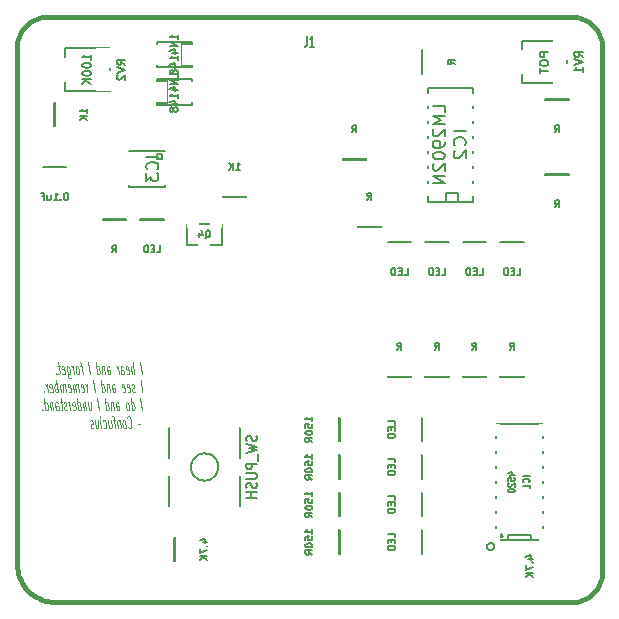
<source format=gbo>
G04 (created by PCBNEW-RS274X (2011-05-25)-stable) date Sun 24 Mar 2013 20:47:49 CET*
G01*
G70*
G90*
%MOIN*%
G04 Gerber Fmt 3.4, Leading zero omitted, Abs format*
%FSLAX34Y34*%
G04 APERTURE LIST*
%ADD10C,0.006000*%
%ADD11C,0.004900*%
%ADD12C,0.015000*%
%ADD13C,0.000100*%
%ADD14C,0.008000*%
%ADD15C,0.007000*%
%ADD16C,0.007900*%
%ADD17C,0.005500*%
%ADD18C,0.005000*%
%ADD19R,0.070000X0.036000*%
%ADD20C,0.060000*%
%ADD21C,0.085000*%
%ADD22R,0.075000X0.075000*%
%ADD23C,0.075000*%
%ADD24R,0.075100X0.134200*%
%ADD25R,0.044000X0.055000*%
%ADD26R,0.067200X0.067200*%
%ADD27R,0.065000X0.040000*%
%ADD28R,0.079100X0.083000*%
%ADD29R,0.090900X0.067200*%
%ADD30R,0.067200X0.090900*%
%ADD31R,0.081000X0.044000*%
G04 APERTURE END LIST*
G54D10*
G54D11*
X52776Y-41828D02*
X52851Y-41828D01*
X52460Y-41922D02*
X52471Y-41941D01*
X52501Y-41959D01*
X52520Y-41959D01*
X52546Y-41941D01*
X52560Y-41903D01*
X52565Y-41866D01*
X52564Y-41791D01*
X52557Y-41734D01*
X52539Y-41659D01*
X52525Y-41622D01*
X52501Y-41584D01*
X52471Y-41565D01*
X52452Y-41565D01*
X52426Y-41584D01*
X52420Y-41603D01*
X52351Y-41959D02*
X52368Y-41941D01*
X52375Y-41922D01*
X52379Y-41884D01*
X52365Y-41772D01*
X52351Y-41734D01*
X52340Y-41716D01*
X52318Y-41697D01*
X52290Y-41697D01*
X52274Y-41716D01*
X52267Y-41734D01*
X52262Y-41772D01*
X52276Y-41884D01*
X52291Y-41922D01*
X52302Y-41941D01*
X52323Y-41959D01*
X52351Y-41959D01*
X52168Y-41697D02*
X52201Y-41959D01*
X52173Y-41734D02*
X52162Y-41716D01*
X52140Y-41697D01*
X52112Y-41697D01*
X52096Y-41716D01*
X52091Y-41753D01*
X52117Y-41959D01*
X52018Y-41697D02*
X51943Y-41697D01*
X52023Y-41959D02*
X51981Y-41622D01*
X51967Y-41584D01*
X51946Y-41565D01*
X51927Y-41565D01*
X51793Y-41697D02*
X51826Y-41959D01*
X51877Y-41697D02*
X51903Y-41903D01*
X51899Y-41941D01*
X51882Y-41959D01*
X51854Y-41959D01*
X51833Y-41941D01*
X51822Y-41922D01*
X51646Y-41941D02*
X51666Y-41959D01*
X51704Y-41959D01*
X51721Y-41941D01*
X51728Y-41922D01*
X51732Y-41884D01*
X51718Y-41772D01*
X51704Y-41734D01*
X51693Y-41716D01*
X51671Y-41697D01*
X51633Y-41697D01*
X51618Y-41716D01*
X51563Y-41959D02*
X51530Y-41697D01*
X51514Y-41565D02*
X51525Y-41584D01*
X51519Y-41603D01*
X51507Y-41584D01*
X51514Y-41565D01*
X51519Y-41603D01*
X51352Y-41697D02*
X51385Y-41959D01*
X51436Y-41697D02*
X51462Y-41903D01*
X51458Y-41941D01*
X51441Y-41959D01*
X51413Y-41959D01*
X51392Y-41941D01*
X51381Y-41922D01*
X51298Y-41941D02*
X51282Y-41959D01*
X51244Y-41959D01*
X51223Y-41941D01*
X51209Y-41903D01*
X51207Y-41884D01*
X51211Y-41847D01*
X51228Y-41828D01*
X51256Y-41828D01*
X51272Y-41809D01*
X51277Y-41772D01*
X51274Y-41753D01*
X51261Y-41716D01*
X51239Y-41697D01*
X51211Y-41697D01*
X51195Y-41716D01*
X52912Y-41359D02*
X52863Y-40965D01*
X52584Y-41359D02*
X52535Y-40965D01*
X52582Y-41341D02*
X52602Y-41359D01*
X52640Y-41359D01*
X52657Y-41341D01*
X52664Y-41322D01*
X52668Y-41284D01*
X52654Y-41172D01*
X52640Y-41134D01*
X52629Y-41116D01*
X52607Y-41097D01*
X52569Y-41097D01*
X52554Y-41116D01*
X52462Y-41359D02*
X52479Y-41341D01*
X52486Y-41322D01*
X52490Y-41284D01*
X52476Y-41172D01*
X52462Y-41134D01*
X52451Y-41116D01*
X52429Y-41097D01*
X52401Y-41097D01*
X52385Y-41116D01*
X52378Y-41134D01*
X52373Y-41172D01*
X52387Y-41284D01*
X52402Y-41322D01*
X52413Y-41341D01*
X52434Y-41359D01*
X52462Y-41359D01*
X52078Y-41359D02*
X52052Y-41153D01*
X52057Y-41116D01*
X52073Y-41097D01*
X52110Y-41097D01*
X52132Y-41116D01*
X52076Y-41341D02*
X52096Y-41359D01*
X52143Y-41359D01*
X52160Y-41341D01*
X52164Y-41303D01*
X52160Y-41266D01*
X52146Y-41228D01*
X52124Y-41209D01*
X52077Y-41209D01*
X52057Y-41191D01*
X51951Y-41097D02*
X51984Y-41359D01*
X51956Y-41134D02*
X51945Y-41116D01*
X51923Y-41097D01*
X51895Y-41097D01*
X51879Y-41116D01*
X51874Y-41153D01*
X51900Y-41359D01*
X51722Y-41359D02*
X51673Y-40965D01*
X51720Y-41341D02*
X51740Y-41359D01*
X51778Y-41359D01*
X51795Y-41341D01*
X51802Y-41322D01*
X51806Y-41284D01*
X51792Y-41172D01*
X51778Y-41134D01*
X51767Y-41116D01*
X51745Y-41097D01*
X51707Y-41097D01*
X51692Y-41116D01*
X51478Y-41359D02*
X51429Y-40965D01*
X51117Y-41097D02*
X51150Y-41359D01*
X51201Y-41097D02*
X51227Y-41303D01*
X51223Y-41341D01*
X51206Y-41359D01*
X51178Y-41359D01*
X51157Y-41341D01*
X51146Y-41322D01*
X51023Y-41097D02*
X51056Y-41359D01*
X51028Y-41134D02*
X51017Y-41116D01*
X50995Y-41097D01*
X50967Y-41097D01*
X50951Y-41116D01*
X50946Y-41153D01*
X50972Y-41359D01*
X50794Y-41359D02*
X50745Y-40965D01*
X50792Y-41341D02*
X50812Y-41359D01*
X50850Y-41359D01*
X50867Y-41341D01*
X50874Y-41322D01*
X50878Y-41284D01*
X50864Y-41172D01*
X50850Y-41134D01*
X50839Y-41116D01*
X50817Y-41097D01*
X50779Y-41097D01*
X50764Y-41116D01*
X50623Y-41341D02*
X50644Y-41359D01*
X50681Y-41359D01*
X50698Y-41341D01*
X50702Y-41303D01*
X50683Y-41153D01*
X50670Y-41116D01*
X50648Y-41097D01*
X50611Y-41097D01*
X50595Y-41116D01*
X50590Y-41153D01*
X50595Y-41191D01*
X50693Y-41228D01*
X50531Y-41359D02*
X50498Y-41097D01*
X50508Y-41172D02*
X50494Y-41134D01*
X50482Y-41116D01*
X50461Y-41097D01*
X50442Y-41097D01*
X50416Y-41341D02*
X50400Y-41359D01*
X50362Y-41359D01*
X50341Y-41341D01*
X50327Y-41303D01*
X50325Y-41284D01*
X50329Y-41247D01*
X50346Y-41228D01*
X50374Y-41228D01*
X50390Y-41209D01*
X50395Y-41172D01*
X50392Y-41153D01*
X50379Y-41116D01*
X50357Y-41097D01*
X50329Y-41097D01*
X50313Y-41116D01*
X50245Y-41097D02*
X50170Y-41097D01*
X50201Y-40965D02*
X50243Y-41303D01*
X50239Y-41341D01*
X50222Y-41359D01*
X50203Y-41359D01*
X50053Y-41359D02*
X50027Y-41153D01*
X50032Y-41116D01*
X50048Y-41097D01*
X50085Y-41097D01*
X50107Y-41116D01*
X50051Y-41341D02*
X50071Y-41359D01*
X50118Y-41359D01*
X50135Y-41341D01*
X50139Y-41303D01*
X50135Y-41266D01*
X50121Y-41228D01*
X50099Y-41209D01*
X50052Y-41209D01*
X50032Y-41191D01*
X49926Y-41097D02*
X49959Y-41359D01*
X49931Y-41134D02*
X49920Y-41116D01*
X49898Y-41097D01*
X49870Y-41097D01*
X49854Y-41116D01*
X49849Y-41153D01*
X49875Y-41359D01*
X49697Y-41359D02*
X49648Y-40965D01*
X49695Y-41341D02*
X49715Y-41359D01*
X49753Y-41359D01*
X49770Y-41341D01*
X49777Y-41322D01*
X49781Y-41284D01*
X49767Y-41172D01*
X49753Y-41134D01*
X49742Y-41116D01*
X49720Y-41097D01*
X49682Y-41097D01*
X49667Y-41116D01*
X49599Y-41322D02*
X49592Y-41341D01*
X49603Y-41359D01*
X49610Y-41341D01*
X49599Y-41322D01*
X49603Y-41359D01*
X52903Y-40159D02*
X52854Y-39765D01*
X52659Y-40159D02*
X52610Y-39765D01*
X52575Y-40159D02*
X52549Y-39953D01*
X52554Y-39916D01*
X52570Y-39897D01*
X52598Y-39897D01*
X52620Y-39916D01*
X52631Y-39934D01*
X52404Y-40141D02*
X52425Y-40159D01*
X52462Y-40159D01*
X52479Y-40141D01*
X52483Y-40103D01*
X52464Y-39953D01*
X52451Y-39916D01*
X52429Y-39897D01*
X52392Y-39897D01*
X52376Y-39916D01*
X52371Y-39953D01*
X52376Y-39991D01*
X52474Y-40028D01*
X52228Y-40159D02*
X52202Y-39953D01*
X52207Y-39916D01*
X52223Y-39897D01*
X52260Y-39897D01*
X52282Y-39916D01*
X52226Y-40141D02*
X52246Y-40159D01*
X52293Y-40159D01*
X52310Y-40141D01*
X52314Y-40103D01*
X52310Y-40066D01*
X52296Y-40028D01*
X52274Y-40009D01*
X52227Y-40009D01*
X52207Y-39991D01*
X52134Y-40159D02*
X52101Y-39897D01*
X52111Y-39972D02*
X52097Y-39934D01*
X52085Y-39916D01*
X52064Y-39897D01*
X52045Y-39897D01*
X51778Y-40159D02*
X51752Y-39953D01*
X51757Y-39916D01*
X51773Y-39897D01*
X51810Y-39897D01*
X51832Y-39916D01*
X51776Y-40141D02*
X51796Y-40159D01*
X51843Y-40159D01*
X51860Y-40141D01*
X51864Y-40103D01*
X51860Y-40066D01*
X51846Y-40028D01*
X51824Y-40009D01*
X51777Y-40009D01*
X51757Y-39991D01*
X51651Y-39897D02*
X51684Y-40159D01*
X51656Y-39934D02*
X51645Y-39916D01*
X51623Y-39897D01*
X51595Y-39897D01*
X51579Y-39916D01*
X51574Y-39953D01*
X51600Y-40159D01*
X51422Y-40159D02*
X51373Y-39765D01*
X51420Y-40141D02*
X51440Y-40159D01*
X51478Y-40159D01*
X51495Y-40141D01*
X51502Y-40122D01*
X51506Y-40084D01*
X51492Y-39972D01*
X51478Y-39934D01*
X51467Y-39916D01*
X51445Y-39897D01*
X51407Y-39897D01*
X51392Y-39916D01*
X51178Y-40159D02*
X51129Y-39765D01*
X50929Y-39897D02*
X50854Y-39897D01*
X50934Y-40159D02*
X50892Y-39822D01*
X50878Y-39784D01*
X50857Y-39765D01*
X50838Y-39765D01*
X50793Y-40159D02*
X50810Y-40141D01*
X50817Y-40122D01*
X50821Y-40084D01*
X50807Y-39972D01*
X50793Y-39934D01*
X50782Y-39916D01*
X50760Y-39897D01*
X50732Y-39897D01*
X50716Y-39916D01*
X50709Y-39934D01*
X50704Y-39972D01*
X50718Y-40084D01*
X50733Y-40122D01*
X50744Y-40141D01*
X50765Y-40159D01*
X50793Y-40159D01*
X50643Y-40159D02*
X50610Y-39897D01*
X50620Y-39972D02*
X50606Y-39934D01*
X50594Y-39916D01*
X50573Y-39897D01*
X50554Y-39897D01*
X50404Y-39897D02*
X50444Y-40216D01*
X50458Y-40253D01*
X50469Y-40272D01*
X50491Y-40291D01*
X50519Y-40291D01*
X50535Y-40272D01*
X50435Y-40141D02*
X50455Y-40159D01*
X50493Y-40159D01*
X50510Y-40141D01*
X50517Y-40122D01*
X50521Y-40084D01*
X50507Y-39972D01*
X50493Y-39934D01*
X50482Y-39916D01*
X50460Y-39897D01*
X50422Y-39897D01*
X50407Y-39916D01*
X50266Y-40141D02*
X50287Y-40159D01*
X50324Y-40159D01*
X50341Y-40141D01*
X50345Y-40103D01*
X50326Y-39953D01*
X50313Y-39916D01*
X50291Y-39897D01*
X50254Y-39897D01*
X50238Y-39916D01*
X50233Y-39953D01*
X50238Y-39991D01*
X50336Y-40028D01*
X50169Y-39897D02*
X50094Y-39897D01*
X50125Y-39765D02*
X50167Y-40103D01*
X50163Y-40141D01*
X50146Y-40159D01*
X50127Y-40159D01*
X50057Y-40122D02*
X50050Y-40141D01*
X50061Y-40159D01*
X50068Y-40141D01*
X50057Y-40122D01*
X50061Y-40159D01*
X52919Y-40759D02*
X52870Y-40365D01*
X52682Y-40741D02*
X52666Y-40759D01*
X52628Y-40759D01*
X52607Y-40741D01*
X52593Y-40703D01*
X52591Y-40684D01*
X52595Y-40647D01*
X52612Y-40628D01*
X52640Y-40628D01*
X52656Y-40609D01*
X52661Y-40572D01*
X52658Y-40553D01*
X52645Y-40516D01*
X52623Y-40497D01*
X52595Y-40497D01*
X52579Y-40516D01*
X52439Y-40741D02*
X52460Y-40759D01*
X52497Y-40759D01*
X52514Y-40741D01*
X52518Y-40703D01*
X52499Y-40553D01*
X52486Y-40516D01*
X52464Y-40497D01*
X52427Y-40497D01*
X52411Y-40516D01*
X52406Y-40553D01*
X52411Y-40591D01*
X52509Y-40628D01*
X52270Y-40741D02*
X52291Y-40759D01*
X52328Y-40759D01*
X52345Y-40741D01*
X52349Y-40703D01*
X52330Y-40553D01*
X52317Y-40516D01*
X52295Y-40497D01*
X52258Y-40497D01*
X52242Y-40516D01*
X52237Y-40553D01*
X52242Y-40591D01*
X52340Y-40628D01*
X51944Y-40759D02*
X51918Y-40553D01*
X51923Y-40516D01*
X51939Y-40497D01*
X51976Y-40497D01*
X51998Y-40516D01*
X51942Y-40741D02*
X51962Y-40759D01*
X52009Y-40759D01*
X52026Y-40741D01*
X52030Y-40703D01*
X52026Y-40666D01*
X52012Y-40628D01*
X51990Y-40609D01*
X51943Y-40609D01*
X51923Y-40591D01*
X51817Y-40497D02*
X51850Y-40759D01*
X51822Y-40534D02*
X51811Y-40516D01*
X51789Y-40497D01*
X51761Y-40497D01*
X51745Y-40516D01*
X51740Y-40553D01*
X51766Y-40759D01*
X51588Y-40759D02*
X51539Y-40365D01*
X51586Y-40741D02*
X51606Y-40759D01*
X51644Y-40759D01*
X51661Y-40741D01*
X51668Y-40722D01*
X51672Y-40684D01*
X51658Y-40572D01*
X51644Y-40534D01*
X51633Y-40516D01*
X51611Y-40497D01*
X51573Y-40497D01*
X51558Y-40516D01*
X51344Y-40759D02*
X51295Y-40365D01*
X51100Y-40759D02*
X51067Y-40497D01*
X51077Y-40572D02*
X51063Y-40534D01*
X51051Y-40516D01*
X51030Y-40497D01*
X51011Y-40497D01*
X50901Y-40741D02*
X50922Y-40759D01*
X50959Y-40759D01*
X50976Y-40741D01*
X50980Y-40703D01*
X50961Y-40553D01*
X50948Y-40516D01*
X50926Y-40497D01*
X50889Y-40497D01*
X50873Y-40516D01*
X50868Y-40553D01*
X50873Y-40591D01*
X50971Y-40628D01*
X50809Y-40759D02*
X50776Y-40497D01*
X50781Y-40534D02*
X50770Y-40516D01*
X50748Y-40497D01*
X50720Y-40497D01*
X50704Y-40516D01*
X50699Y-40553D01*
X50725Y-40759D01*
X50699Y-40553D02*
X50685Y-40516D01*
X50664Y-40497D01*
X50635Y-40497D01*
X50620Y-40516D01*
X50614Y-40553D01*
X50640Y-40759D01*
X50469Y-40741D02*
X50490Y-40759D01*
X50527Y-40759D01*
X50544Y-40741D01*
X50548Y-40703D01*
X50529Y-40553D01*
X50516Y-40516D01*
X50494Y-40497D01*
X50457Y-40497D01*
X50441Y-40516D01*
X50436Y-40553D01*
X50441Y-40591D01*
X50539Y-40628D01*
X50377Y-40759D02*
X50344Y-40497D01*
X50349Y-40534D02*
X50338Y-40516D01*
X50316Y-40497D01*
X50288Y-40497D01*
X50272Y-40516D01*
X50267Y-40553D01*
X50293Y-40759D01*
X50267Y-40553D02*
X50253Y-40516D01*
X50232Y-40497D01*
X50203Y-40497D01*
X50188Y-40516D01*
X50182Y-40553D01*
X50208Y-40759D01*
X50114Y-40759D02*
X50065Y-40365D01*
X50084Y-40516D02*
X50062Y-40497D01*
X50025Y-40497D01*
X50009Y-40516D01*
X50002Y-40534D01*
X49997Y-40572D01*
X50011Y-40684D01*
X50026Y-40722D01*
X50037Y-40741D01*
X50058Y-40759D01*
X50095Y-40759D01*
X50112Y-40741D01*
X49859Y-40741D02*
X49880Y-40759D01*
X49917Y-40759D01*
X49934Y-40741D01*
X49938Y-40703D01*
X49919Y-40553D01*
X49906Y-40516D01*
X49884Y-40497D01*
X49847Y-40497D01*
X49831Y-40516D01*
X49826Y-40553D01*
X49831Y-40591D01*
X49929Y-40628D01*
X49767Y-40759D02*
X49734Y-40497D01*
X49744Y-40572D02*
X49730Y-40534D01*
X49718Y-40516D01*
X49697Y-40497D01*
X49678Y-40497D01*
X49641Y-40722D02*
X49634Y-40741D01*
X49645Y-40759D01*
X49652Y-40741D01*
X49641Y-40722D01*
X49645Y-40759D01*
G54D12*
X67250Y-28250D02*
X49750Y-28250D01*
X68250Y-46750D02*
X68250Y-29250D01*
X68250Y-29250D02*
X68246Y-29163D01*
X68234Y-29077D01*
X68215Y-28992D01*
X68189Y-28908D01*
X68156Y-28828D01*
X68116Y-28751D01*
X68069Y-28677D01*
X68016Y-28608D01*
X67957Y-28543D01*
X67892Y-28484D01*
X67823Y-28431D01*
X67750Y-28384D01*
X67672Y-28344D01*
X67592Y-28311D01*
X67508Y-28285D01*
X67423Y-28266D01*
X67337Y-28254D01*
X67250Y-28250D01*
X50000Y-47750D02*
X67250Y-47750D01*
X48750Y-46500D02*
X48750Y-29250D01*
X48750Y-46500D02*
X48755Y-46608D01*
X48769Y-46717D01*
X48793Y-46823D01*
X48826Y-46927D01*
X48868Y-47028D01*
X48918Y-47124D01*
X48977Y-47216D01*
X49043Y-47303D01*
X49117Y-47383D01*
X49197Y-47457D01*
X49284Y-47523D01*
X49376Y-47582D01*
X49472Y-47632D01*
X49573Y-47674D01*
X49677Y-47707D01*
X49783Y-47731D01*
X49892Y-47745D01*
X50000Y-47750D01*
X67250Y-47750D02*
X67337Y-47746D01*
X67423Y-47734D01*
X67508Y-47715D01*
X67592Y-47689D01*
X67672Y-47656D01*
X67750Y-47616D01*
X67823Y-47569D01*
X67892Y-47516D01*
X67957Y-47457D01*
X68016Y-47392D01*
X68069Y-47323D01*
X68116Y-47249D01*
X68156Y-47172D01*
X68189Y-47092D01*
X68215Y-47008D01*
X68234Y-46923D01*
X68246Y-46837D01*
X68250Y-46750D01*
X49750Y-28250D02*
X49663Y-28254D01*
X49577Y-28266D01*
X49492Y-28285D01*
X49408Y-28311D01*
X49328Y-28344D01*
X49251Y-28384D01*
X49177Y-28431D01*
X49108Y-28484D01*
X49043Y-28543D01*
X48984Y-28608D01*
X48931Y-28677D01*
X48884Y-28751D01*
X48844Y-28828D01*
X48811Y-28908D01*
X48785Y-28992D01*
X48766Y-29077D01*
X48754Y-29163D01*
X48750Y-29250D01*
G54D10*
X53600Y-32900D02*
X53598Y-32919D01*
X53592Y-32938D01*
X53583Y-32955D01*
X53570Y-32970D01*
X53555Y-32982D01*
X53538Y-32992D01*
X53520Y-32997D01*
X53500Y-32999D01*
X53482Y-32998D01*
X53463Y-32992D01*
X53446Y-32983D01*
X53431Y-32971D01*
X53418Y-32956D01*
X53409Y-32939D01*
X53403Y-32920D01*
X53401Y-32901D01*
X53402Y-32882D01*
X53408Y-32864D01*
X53416Y-32846D01*
X53429Y-32831D01*
X53443Y-32818D01*
X53460Y-32809D01*
X53479Y-32803D01*
X53498Y-32801D01*
X53517Y-32802D01*
X53536Y-32807D01*
X53553Y-32816D01*
X53568Y-32828D01*
X53581Y-32843D01*
X53591Y-32860D01*
X53597Y-32878D01*
X53599Y-32898D01*
X53600Y-32900D01*
X53700Y-33900D02*
X53700Y-32700D01*
X53700Y-32700D02*
X52500Y-32700D01*
X52500Y-32700D02*
X52500Y-33900D01*
X52500Y-33900D02*
X53700Y-33900D01*
G54D13*
G36*
X56386Y-39550D02*
X56386Y-39550D01*
X56386Y-39550D01*
X56386Y-39550D01*
X56386Y-39550D01*
X56386Y-39550D01*
X56386Y-39550D01*
X56386Y-39550D01*
X56386Y-39550D01*
X56386Y-39550D01*
X56386Y-39550D01*
X56386Y-39550D01*
X56386Y-39550D01*
X56386Y-39550D01*
X56386Y-39550D01*
G37*
G36*
X57985Y-38436D02*
X57985Y-38436D01*
X57985Y-38436D01*
X57985Y-38436D01*
X57985Y-38436D01*
X57985Y-38436D01*
X57985Y-38436D01*
X57985Y-38436D01*
G37*
G36*
X56929Y-38436D02*
X56929Y-38436D01*
X56929Y-38436D01*
X56929Y-38436D01*
X56929Y-38436D01*
X56929Y-38436D01*
X56929Y-38436D01*
X56929Y-38436D01*
G37*
G54D14*
X56181Y-44549D02*
X56181Y-43565D01*
X56181Y-44549D02*
X56063Y-44549D01*
X56181Y-41951D02*
X56181Y-42935D01*
X56181Y-41951D02*
X56063Y-41951D01*
X53819Y-41951D02*
X53819Y-42935D01*
X53819Y-41951D02*
X53937Y-41951D01*
X53819Y-44549D02*
X53819Y-43565D01*
X53819Y-44549D02*
X53937Y-44549D01*
X55456Y-43250D02*
X55447Y-43338D01*
X55421Y-43423D01*
X55379Y-43502D01*
X55323Y-43571D01*
X55254Y-43628D01*
X55176Y-43670D01*
X55091Y-43696D01*
X55003Y-43705D01*
X54915Y-43697D01*
X54830Y-43672D01*
X54751Y-43631D01*
X54681Y-43575D01*
X54624Y-43507D01*
X54581Y-43429D01*
X54554Y-43344D01*
X54545Y-43256D01*
X54552Y-43168D01*
X54577Y-43083D01*
X54617Y-43003D01*
X54672Y-42934D01*
X54740Y-42876D01*
X54818Y-42833D01*
X54903Y-42805D01*
X54991Y-42795D01*
X55079Y-42801D01*
X55164Y-42825D01*
X55244Y-42865D01*
X55314Y-42920D01*
X55372Y-42988D01*
X55416Y-43065D01*
X55444Y-43149D01*
X55455Y-43238D01*
X55456Y-43250D01*
G54D10*
X54764Y-35146D02*
X55236Y-35146D01*
X54488Y-35854D02*
X54882Y-35854D01*
X55512Y-35854D02*
X55118Y-35854D01*
X54409Y-35854D02*
X54488Y-35854D01*
X54409Y-35854D02*
X54409Y-35146D01*
X54409Y-35146D02*
X54488Y-35146D01*
X55591Y-35146D02*
X55512Y-35146D01*
X55591Y-35854D02*
X55512Y-35854D01*
X55591Y-35146D02*
X55591Y-35854D01*
G54D15*
X54236Y-29067D02*
X54236Y-29933D01*
X54276Y-29894D02*
X54591Y-29894D01*
X54591Y-29815D02*
X54276Y-29815D01*
X54276Y-29854D02*
X54591Y-29854D01*
X54591Y-29776D02*
X54276Y-29776D01*
X54591Y-29224D02*
X54276Y-29224D01*
X54276Y-29185D02*
X54591Y-29185D01*
X54591Y-29146D02*
X54276Y-29146D01*
X54276Y-29106D02*
X54591Y-29106D01*
X54276Y-29067D02*
X54276Y-29933D01*
X54591Y-29933D02*
X54591Y-29776D01*
X54591Y-29067D02*
X54591Y-29224D01*
X53409Y-29067D02*
X53409Y-29224D01*
X53409Y-29933D02*
X53409Y-29776D01*
X54591Y-29933D02*
X53409Y-29933D01*
X54591Y-29067D02*
X53409Y-29067D01*
X53764Y-31183D02*
X53764Y-30317D01*
X53724Y-30356D02*
X53409Y-30356D01*
X53409Y-30435D02*
X53724Y-30435D01*
X53724Y-30396D02*
X53409Y-30396D01*
X53409Y-30474D02*
X53724Y-30474D01*
X53409Y-31026D02*
X53724Y-31026D01*
X53724Y-31065D02*
X53409Y-31065D01*
X53409Y-31104D02*
X53724Y-31104D01*
X53724Y-31144D02*
X53409Y-31144D01*
X53724Y-31183D02*
X53724Y-30317D01*
X53409Y-30317D02*
X53409Y-30474D01*
X53409Y-31183D02*
X53409Y-31026D01*
X54591Y-31183D02*
X54591Y-31026D01*
X54591Y-30317D02*
X54591Y-30474D01*
X53409Y-30317D02*
X54591Y-30317D01*
X53409Y-31183D02*
X54591Y-31183D01*
G54D14*
X63950Y-34400D02*
X63950Y-30600D01*
X63950Y-30600D02*
X62450Y-30600D01*
X62450Y-30600D02*
X62450Y-34400D01*
X62450Y-34400D02*
X63950Y-34400D01*
X63450Y-34400D02*
X63450Y-34100D01*
X63450Y-34100D02*
X63050Y-34100D01*
X63050Y-34100D02*
X63050Y-34400D01*
X50350Y-30709D02*
X50350Y-30354D01*
X50350Y-29291D02*
X50350Y-29646D01*
X51846Y-30709D02*
X51846Y-30669D01*
X51846Y-29291D02*
X51846Y-29331D01*
X51846Y-29882D02*
X51846Y-30118D01*
X50350Y-30709D02*
X51846Y-30709D01*
X50350Y-29291D02*
X51846Y-29291D01*
X65600Y-30459D02*
X65600Y-30104D01*
X65600Y-29041D02*
X65600Y-29396D01*
X67096Y-30459D02*
X67096Y-30419D01*
X67096Y-29041D02*
X67096Y-29081D01*
X67096Y-29632D02*
X67096Y-29868D01*
X65600Y-30459D02*
X67096Y-30459D01*
X65600Y-29041D02*
X67096Y-29041D01*
X62356Y-40254D02*
X62356Y-39585D01*
X63144Y-40254D02*
X63144Y-39585D01*
X62356Y-38344D02*
X62356Y-38915D01*
X63144Y-38344D02*
X63144Y-38915D01*
X62356Y-40254D02*
X63144Y-40254D01*
X63144Y-40215D02*
X62356Y-40215D01*
X62356Y-38344D02*
X63144Y-38344D01*
X62356Y-40156D02*
X63144Y-40156D01*
X62254Y-42394D02*
X61585Y-42394D01*
X62254Y-41606D02*
X61585Y-41606D01*
X60344Y-42394D02*
X60915Y-42394D01*
X60344Y-41606D02*
X60915Y-41606D01*
X62254Y-42394D02*
X62254Y-41606D01*
X62215Y-41606D02*
X62215Y-42394D01*
X60344Y-42394D02*
X60344Y-41606D01*
X62156Y-42394D02*
X62156Y-41606D01*
X61106Y-40254D02*
X61106Y-39585D01*
X61894Y-40254D02*
X61894Y-39585D01*
X61106Y-38344D02*
X61106Y-38915D01*
X61894Y-38344D02*
X61894Y-38915D01*
X61106Y-40254D02*
X61894Y-40254D01*
X61894Y-40215D02*
X61106Y-40215D01*
X61106Y-38344D02*
X61894Y-38344D01*
X61106Y-40156D02*
X61894Y-40156D01*
X61894Y-35746D02*
X61894Y-36415D01*
X61106Y-35746D02*
X61106Y-36415D01*
X61894Y-37656D02*
X61894Y-37085D01*
X61106Y-37656D02*
X61106Y-37085D01*
X61894Y-35746D02*
X61106Y-35746D01*
X61106Y-35785D02*
X61894Y-35785D01*
X61894Y-37656D02*
X61106Y-37656D01*
X61894Y-35844D02*
X61106Y-35844D01*
X53996Y-45606D02*
X54665Y-45606D01*
X53996Y-46394D02*
X54665Y-46394D01*
X55906Y-45606D02*
X55335Y-45606D01*
X55906Y-46394D02*
X55335Y-46394D01*
X53996Y-45606D02*
X53996Y-46394D01*
X54035Y-46394D02*
X54035Y-45606D01*
X55906Y-45606D02*
X55906Y-46394D01*
X54094Y-45606D02*
X54094Y-46394D01*
X62254Y-44894D02*
X61585Y-44894D01*
X62254Y-44106D02*
X61585Y-44106D01*
X60344Y-44894D02*
X60915Y-44894D01*
X60344Y-44106D02*
X60915Y-44106D01*
X62254Y-44894D02*
X62254Y-44106D01*
X62215Y-44106D02*
X62215Y-44894D01*
X60344Y-44894D02*
X60344Y-44106D01*
X62156Y-44894D02*
X62156Y-44106D01*
X59504Y-44894D02*
X58835Y-44894D01*
X59504Y-44106D02*
X58835Y-44106D01*
X57594Y-44894D02*
X58165Y-44894D01*
X57594Y-44106D02*
X58165Y-44106D01*
X59504Y-44894D02*
X59504Y-44106D01*
X59465Y-44106D02*
X59465Y-44894D01*
X57594Y-44894D02*
X57594Y-44106D01*
X59406Y-44894D02*
X59406Y-44106D01*
X59504Y-46144D02*
X58835Y-46144D01*
X59504Y-45356D02*
X58835Y-45356D01*
X57594Y-46144D02*
X58165Y-46144D01*
X57594Y-45356D02*
X58165Y-45356D01*
X59504Y-46144D02*
X59504Y-45356D01*
X59465Y-45356D02*
X59465Y-46144D01*
X57594Y-46144D02*
X57594Y-45356D01*
X59406Y-46144D02*
X59406Y-45356D01*
X62254Y-46144D02*
X61585Y-46144D01*
X62254Y-45356D02*
X61585Y-45356D01*
X60344Y-46144D02*
X60915Y-46144D01*
X60344Y-45356D02*
X60915Y-45356D01*
X62254Y-46144D02*
X62254Y-45356D01*
X62215Y-45356D02*
X62215Y-46144D01*
X60344Y-46144D02*
X60344Y-45356D01*
X62156Y-46144D02*
X62156Y-45356D01*
X62254Y-43644D02*
X61585Y-43644D01*
X62254Y-42856D02*
X61585Y-42856D01*
X60344Y-43644D02*
X60915Y-43644D01*
X60344Y-42856D02*
X60915Y-42856D01*
X62254Y-43644D02*
X62254Y-42856D01*
X62215Y-42856D02*
X62215Y-43644D01*
X60344Y-43644D02*
X60344Y-42856D01*
X62156Y-43644D02*
X62156Y-42856D01*
X59504Y-43644D02*
X58835Y-43644D01*
X59504Y-42856D02*
X58835Y-42856D01*
X57594Y-43644D02*
X58165Y-43644D01*
X57594Y-42856D02*
X58165Y-42856D01*
X59504Y-43644D02*
X59504Y-42856D01*
X59465Y-42856D02*
X59465Y-43644D01*
X57594Y-43644D02*
X57594Y-42856D01*
X59406Y-43644D02*
X59406Y-42856D01*
X59504Y-42394D02*
X58835Y-42394D01*
X59504Y-41606D02*
X58835Y-41606D01*
X57594Y-42394D02*
X58165Y-42394D01*
X57594Y-41606D02*
X58165Y-41606D01*
X59504Y-42394D02*
X59504Y-41606D01*
X59465Y-41606D02*
X59465Y-42394D01*
X57594Y-42394D02*
X57594Y-41606D01*
X59406Y-42394D02*
X59406Y-41606D01*
X63144Y-35746D02*
X63144Y-36415D01*
X62356Y-35746D02*
X62356Y-36415D01*
X63144Y-37656D02*
X63144Y-37085D01*
X62356Y-37656D02*
X62356Y-37085D01*
X63144Y-35746D02*
X62356Y-35746D01*
X62356Y-35785D02*
X63144Y-35785D01*
X63144Y-37656D02*
X62356Y-37656D01*
X63144Y-35844D02*
X62356Y-35844D01*
X65644Y-35746D02*
X65644Y-36415D01*
X64856Y-35746D02*
X64856Y-36415D01*
X65644Y-37656D02*
X65644Y-37085D01*
X64856Y-37656D02*
X64856Y-37085D01*
X65644Y-35746D02*
X64856Y-35746D01*
X64856Y-35785D02*
X65644Y-35785D01*
X65644Y-37656D02*
X64856Y-37656D01*
X65644Y-35844D02*
X64856Y-35844D01*
X64856Y-40254D02*
X64856Y-39585D01*
X65644Y-40254D02*
X65644Y-39585D01*
X64856Y-38344D02*
X64856Y-38915D01*
X65644Y-38344D02*
X65644Y-38915D01*
X64856Y-40254D02*
X65644Y-40254D01*
X65644Y-40215D02*
X64856Y-40215D01*
X64856Y-38344D02*
X65644Y-38344D01*
X64856Y-40156D02*
X65644Y-40156D01*
X63606Y-40254D02*
X63606Y-39585D01*
X64394Y-40254D02*
X64394Y-39585D01*
X63606Y-38344D02*
X63606Y-38915D01*
X64394Y-38344D02*
X64394Y-38915D01*
X63606Y-40254D02*
X64394Y-40254D01*
X64394Y-40215D02*
X63606Y-40215D01*
X63606Y-38344D02*
X64394Y-38344D01*
X63606Y-40156D02*
X64394Y-40156D01*
X64394Y-35746D02*
X64394Y-36415D01*
X63606Y-35746D02*
X63606Y-36415D01*
X64394Y-37656D02*
X64394Y-37085D01*
X63606Y-37656D02*
X63606Y-37085D01*
X64394Y-35746D02*
X63606Y-35746D01*
X63606Y-35785D02*
X64394Y-35785D01*
X64394Y-37656D02*
X63606Y-37656D01*
X64394Y-35844D02*
X63606Y-35844D01*
X59606Y-33004D02*
X59606Y-32335D01*
X60394Y-33004D02*
X60394Y-32335D01*
X59606Y-31094D02*
X59606Y-31665D01*
X60394Y-31094D02*
X60394Y-31665D01*
X59606Y-33004D02*
X60394Y-33004D01*
X60394Y-32965D02*
X59606Y-32965D01*
X59606Y-31094D02*
X60394Y-31094D01*
X59606Y-32906D02*
X60394Y-32906D01*
X62246Y-29356D02*
X62915Y-29356D01*
X62246Y-30144D02*
X62915Y-30144D01*
X64156Y-29356D02*
X63585Y-29356D01*
X64156Y-30144D02*
X63585Y-30144D01*
X62246Y-29356D02*
X62246Y-30144D01*
X62285Y-30144D02*
X62285Y-29356D01*
X64156Y-29356D02*
X64156Y-30144D01*
X62344Y-29356D02*
X62344Y-30144D01*
X67144Y-33496D02*
X67144Y-34165D01*
X66356Y-33496D02*
X66356Y-34165D01*
X67144Y-35406D02*
X67144Y-34835D01*
X66356Y-35406D02*
X66356Y-34835D01*
X67144Y-33496D02*
X66356Y-33496D01*
X66356Y-33535D02*
X67144Y-33535D01*
X67144Y-35406D02*
X66356Y-35406D01*
X67144Y-33594D02*
X66356Y-33594D01*
X67144Y-30996D02*
X67144Y-31665D01*
X66356Y-30996D02*
X66356Y-31665D01*
X67144Y-32906D02*
X67144Y-32335D01*
X66356Y-32906D02*
X66356Y-32335D01*
X67144Y-30996D02*
X66356Y-30996D01*
X66356Y-31035D02*
X67144Y-31035D01*
X67144Y-32906D02*
X66356Y-32906D01*
X67144Y-31094D02*
X66356Y-31094D01*
X60106Y-35254D02*
X60106Y-34585D01*
X60894Y-35254D02*
X60894Y-34585D01*
X60106Y-33344D02*
X60106Y-33915D01*
X60894Y-33344D02*
X60894Y-33915D01*
X60106Y-35254D02*
X60894Y-35254D01*
X60894Y-35215D02*
X60106Y-35215D01*
X60106Y-33344D02*
X60894Y-33344D01*
X60106Y-35156D02*
X60894Y-35156D01*
X49996Y-31106D02*
X50665Y-31106D01*
X49996Y-31894D02*
X50665Y-31894D01*
X51906Y-31106D02*
X51335Y-31106D01*
X51906Y-31894D02*
X51335Y-31894D01*
X49996Y-31106D02*
X49996Y-31894D01*
X50035Y-31894D02*
X50035Y-31106D01*
X51906Y-31106D02*
X51906Y-31894D01*
X50094Y-31106D02*
X50094Y-31894D01*
X50394Y-33246D02*
X50394Y-33915D01*
X49606Y-33246D02*
X49606Y-33915D01*
X50394Y-35156D02*
X50394Y-34585D01*
X49606Y-35156D02*
X49606Y-34585D01*
X50394Y-33246D02*
X49606Y-33246D01*
X49606Y-33285D02*
X50394Y-33285D01*
X50394Y-35156D02*
X49606Y-35156D01*
X50394Y-33344D02*
X49606Y-33344D01*
X52394Y-34996D02*
X52394Y-35665D01*
X51606Y-34996D02*
X51606Y-35665D01*
X52394Y-36906D02*
X52394Y-36335D01*
X51606Y-36906D02*
X51606Y-36335D01*
X52394Y-34996D02*
X51606Y-34996D01*
X51606Y-35035D02*
X52394Y-35035D01*
X52394Y-36906D02*
X51606Y-36906D01*
X52394Y-35094D02*
X51606Y-35094D01*
X53644Y-34996D02*
X53644Y-35665D01*
X52856Y-34996D02*
X52856Y-35665D01*
X53644Y-36906D02*
X53644Y-36335D01*
X52856Y-36906D02*
X52856Y-36335D01*
X53644Y-34996D02*
X52856Y-34996D01*
X52856Y-35035D02*
X53644Y-35035D01*
X53644Y-36906D02*
X52856Y-36906D01*
X53644Y-35094D02*
X52856Y-35094D01*
X55606Y-34254D02*
X55606Y-33585D01*
X56394Y-34254D02*
X56394Y-33585D01*
X55606Y-32344D02*
X55606Y-32915D01*
X56394Y-32344D02*
X56394Y-32915D01*
X55606Y-34254D02*
X56394Y-34254D01*
X56394Y-34215D02*
X55606Y-34215D01*
X55606Y-32344D02*
X56394Y-32344D01*
X55606Y-34156D02*
X56394Y-34156D01*
X64934Y-45542D02*
X64933Y-45550D01*
X64930Y-45558D01*
X64926Y-45566D01*
X64921Y-45573D01*
X64914Y-45578D01*
X64907Y-45582D01*
X64898Y-45585D01*
X64890Y-45585D01*
X64882Y-45585D01*
X64874Y-45582D01*
X64866Y-45578D01*
X64860Y-45573D01*
X64854Y-45566D01*
X64850Y-45559D01*
X64847Y-45551D01*
X64847Y-45542D01*
X64847Y-45535D01*
X64850Y-45526D01*
X64854Y-45519D01*
X64859Y-45512D01*
X64865Y-45506D01*
X64873Y-45502D01*
X64881Y-45500D01*
X64890Y-45499D01*
X64897Y-45499D01*
X64905Y-45501D01*
X64913Y-45505D01*
X64920Y-45511D01*
X64925Y-45517D01*
X64930Y-45525D01*
X64932Y-45533D01*
X64933Y-45541D01*
X64934Y-45542D01*
X64651Y-45895D02*
X64648Y-45917D01*
X64642Y-45938D01*
X64631Y-45958D01*
X64617Y-45976D01*
X64600Y-45990D01*
X64580Y-46001D01*
X64559Y-46007D01*
X64536Y-46009D01*
X64515Y-46007D01*
X64493Y-46001D01*
X64474Y-45991D01*
X64456Y-45977D01*
X64442Y-45959D01*
X64431Y-45940D01*
X64424Y-45918D01*
X64422Y-45896D01*
X64423Y-45875D01*
X64430Y-45853D01*
X64440Y-45833D01*
X64454Y-45816D01*
X64471Y-45801D01*
X64490Y-45790D01*
X64512Y-45783D01*
X64534Y-45781D01*
X64555Y-45782D01*
X64577Y-45788D01*
X64597Y-45798D01*
X64615Y-45812D01*
X64629Y-45829D01*
X64641Y-45849D01*
X64648Y-45870D01*
X64650Y-45892D01*
X64651Y-45895D01*
X65894Y-45699D02*
X65894Y-45522D01*
X65894Y-45522D02*
X65106Y-45522D01*
X65106Y-45522D02*
X65106Y-45699D01*
X64732Y-41801D02*
X64732Y-45699D01*
X66268Y-45699D02*
X66268Y-41801D01*
X66268Y-45699D02*
X64732Y-45699D01*
X66268Y-41801D02*
X64732Y-41801D01*
G54D16*
X66750Y-46150D02*
X66200Y-46150D01*
X66750Y-46950D02*
X66200Y-46950D01*
G54D14*
X64944Y-46944D02*
X65515Y-46944D01*
X64944Y-46156D02*
X65515Y-46156D01*
X64944Y-46944D02*
X64944Y-46156D01*
X66756Y-46944D02*
X66756Y-46156D01*
G54D10*
X53462Y-32910D02*
X53062Y-32910D01*
X53424Y-33329D02*
X53443Y-33310D01*
X53462Y-33253D01*
X53462Y-33215D01*
X53443Y-33157D01*
X53405Y-33119D01*
X53367Y-33100D01*
X53290Y-33081D01*
X53233Y-33081D01*
X53157Y-33100D01*
X53119Y-33119D01*
X53081Y-33157D01*
X53062Y-33215D01*
X53062Y-33253D01*
X53081Y-33310D01*
X53100Y-33329D01*
X53062Y-33462D02*
X53062Y-33710D01*
X53214Y-33576D01*
X53214Y-33634D01*
X53233Y-33672D01*
X53252Y-33691D01*
X53290Y-33710D01*
X53386Y-33710D01*
X53424Y-33691D01*
X53443Y-33672D01*
X53462Y-33634D01*
X53462Y-33519D01*
X53443Y-33481D01*
X53424Y-33462D01*
G54D17*
X58426Y-28898D02*
X58426Y-29140D01*
X58416Y-29189D01*
X58395Y-29221D01*
X58363Y-29238D01*
X58342Y-29238D01*
X58647Y-29238D02*
X58521Y-29238D01*
X58584Y-29238D02*
X58584Y-28898D01*
X58563Y-28946D01*
X58542Y-28979D01*
X58521Y-28995D01*
G54D14*
X56729Y-42206D02*
X56746Y-42252D01*
X56746Y-42328D01*
X56729Y-42358D01*
X56711Y-42374D01*
X56677Y-42389D01*
X56643Y-42389D01*
X56609Y-42374D01*
X56591Y-42358D01*
X56574Y-42328D01*
X56557Y-42267D01*
X56540Y-42236D01*
X56523Y-42221D01*
X56489Y-42206D01*
X56454Y-42206D01*
X56420Y-42221D01*
X56403Y-42236D01*
X56386Y-42267D01*
X56386Y-42343D01*
X56403Y-42389D01*
X56386Y-42496D02*
X56746Y-42572D01*
X56489Y-42633D01*
X56746Y-42694D01*
X56386Y-42770D01*
X56780Y-42816D02*
X56780Y-43060D01*
X56746Y-43136D02*
X56386Y-43136D01*
X56386Y-43258D01*
X56403Y-43289D01*
X56420Y-43304D01*
X56454Y-43319D01*
X56506Y-43319D01*
X56540Y-43304D01*
X56557Y-43289D01*
X56574Y-43258D01*
X56574Y-43136D01*
X56386Y-43456D02*
X56677Y-43456D01*
X56711Y-43471D01*
X56729Y-43487D01*
X56746Y-43517D01*
X56746Y-43578D01*
X56729Y-43609D01*
X56711Y-43624D01*
X56677Y-43639D01*
X56386Y-43639D01*
X56729Y-43776D02*
X56746Y-43822D01*
X56746Y-43898D01*
X56729Y-43928D01*
X56711Y-43944D01*
X56677Y-43959D01*
X56643Y-43959D01*
X56609Y-43944D01*
X56591Y-43928D01*
X56574Y-43898D01*
X56557Y-43837D01*
X56540Y-43806D01*
X56523Y-43791D01*
X56489Y-43776D01*
X56454Y-43776D01*
X56420Y-43791D01*
X56403Y-43806D01*
X56386Y-43837D01*
X56386Y-43913D01*
X56403Y-43959D01*
X56746Y-44096D02*
X56386Y-44096D01*
X56557Y-44096D02*
X56557Y-44279D01*
X56746Y-44279D02*
X56386Y-44279D01*
G54D10*
X55023Y-35620D02*
X55046Y-35609D01*
X55069Y-35586D01*
X55103Y-35551D01*
X55126Y-35540D01*
X55149Y-35540D01*
X55137Y-35597D02*
X55160Y-35586D01*
X55183Y-35563D01*
X55194Y-35517D01*
X55194Y-35437D01*
X55183Y-35391D01*
X55160Y-35369D01*
X55137Y-35357D01*
X55091Y-35357D01*
X55069Y-35369D01*
X55046Y-35391D01*
X55034Y-35437D01*
X55034Y-35517D01*
X55046Y-35563D01*
X55069Y-35586D01*
X55091Y-35597D01*
X55137Y-35597D01*
X54829Y-35437D02*
X54829Y-35597D01*
X54886Y-35346D02*
X54943Y-35517D01*
X54795Y-35517D01*
X54105Y-28985D02*
X54105Y-28848D01*
X54105Y-28916D02*
X53845Y-28916D01*
X53882Y-28893D01*
X53907Y-28871D01*
X53920Y-28848D01*
X54105Y-29088D02*
X53845Y-29088D01*
X54105Y-29225D01*
X53845Y-29225D01*
X53932Y-29442D02*
X54105Y-29442D01*
X53833Y-29385D02*
X54019Y-29328D01*
X54019Y-29476D01*
X54105Y-29694D02*
X54105Y-29557D01*
X54105Y-29625D02*
X53845Y-29625D01*
X53882Y-29602D01*
X53907Y-29580D01*
X53920Y-29557D01*
X53932Y-29900D02*
X54105Y-29900D01*
X53833Y-29843D02*
X54019Y-29786D01*
X54019Y-29934D01*
X53957Y-30060D02*
X53944Y-30038D01*
X53932Y-30026D01*
X53907Y-30015D01*
X53895Y-30015D01*
X53870Y-30026D01*
X53858Y-30038D01*
X53845Y-30060D01*
X53845Y-30106D01*
X53858Y-30129D01*
X53870Y-30140D01*
X53895Y-30152D01*
X53907Y-30152D01*
X53932Y-30140D01*
X53944Y-30129D01*
X53957Y-30106D01*
X53957Y-30060D01*
X53969Y-30038D01*
X53981Y-30026D01*
X54006Y-30015D01*
X54056Y-30015D01*
X54080Y-30026D01*
X54093Y-30038D01*
X54105Y-30060D01*
X54105Y-30106D01*
X54093Y-30129D01*
X54080Y-30140D01*
X54056Y-30152D01*
X54006Y-30152D01*
X53981Y-30140D01*
X53969Y-30129D01*
X53957Y-30106D01*
X54105Y-30235D02*
X54105Y-30098D01*
X54105Y-30166D02*
X53845Y-30166D01*
X53882Y-30143D01*
X53907Y-30121D01*
X53920Y-30098D01*
X54105Y-30338D02*
X53845Y-30338D01*
X54105Y-30475D01*
X53845Y-30475D01*
X53932Y-30692D02*
X54105Y-30692D01*
X53833Y-30635D02*
X54019Y-30578D01*
X54019Y-30726D01*
X54105Y-30944D02*
X54105Y-30807D01*
X54105Y-30875D02*
X53845Y-30875D01*
X53882Y-30852D01*
X53907Y-30830D01*
X53920Y-30807D01*
X53932Y-31150D02*
X54105Y-31150D01*
X53833Y-31093D02*
X54019Y-31036D01*
X54019Y-31184D01*
X53957Y-31310D02*
X53944Y-31288D01*
X53932Y-31276D01*
X53907Y-31265D01*
X53895Y-31265D01*
X53870Y-31276D01*
X53858Y-31288D01*
X53845Y-31310D01*
X53845Y-31356D01*
X53858Y-31379D01*
X53870Y-31390D01*
X53895Y-31402D01*
X53907Y-31402D01*
X53932Y-31390D01*
X53944Y-31379D01*
X53957Y-31356D01*
X53957Y-31310D01*
X53969Y-31288D01*
X53981Y-31276D01*
X54006Y-31265D01*
X54056Y-31265D01*
X54080Y-31276D01*
X54093Y-31288D01*
X54105Y-31310D01*
X54105Y-31356D01*
X54093Y-31379D01*
X54080Y-31390D01*
X54056Y-31402D01*
X54006Y-31402D01*
X53981Y-31390D01*
X53969Y-31379D01*
X53957Y-31356D01*
G54D18*
X63712Y-32061D02*
X63312Y-32061D01*
X63674Y-32532D02*
X63693Y-32511D01*
X63712Y-32447D01*
X63712Y-32404D01*
X63693Y-32339D01*
X63655Y-32297D01*
X63617Y-32275D01*
X63540Y-32254D01*
X63483Y-32254D01*
X63407Y-32275D01*
X63369Y-32297D01*
X63331Y-32339D01*
X63312Y-32404D01*
X63312Y-32447D01*
X63331Y-32511D01*
X63350Y-32532D01*
X63350Y-32704D02*
X63331Y-32725D01*
X63312Y-32768D01*
X63312Y-32875D01*
X63331Y-32918D01*
X63350Y-32939D01*
X63388Y-32961D01*
X63426Y-32961D01*
X63483Y-32939D01*
X63712Y-32682D01*
X63712Y-32961D01*
X63012Y-31424D02*
X63012Y-31233D01*
X62612Y-31233D01*
X63012Y-31557D02*
X62612Y-31557D01*
X62898Y-31691D01*
X62612Y-31824D01*
X63012Y-31824D01*
X62650Y-31995D02*
X62631Y-32014D01*
X62612Y-32052D01*
X62612Y-32148D01*
X62631Y-32186D01*
X62650Y-32205D01*
X62688Y-32224D01*
X62726Y-32224D01*
X62783Y-32205D01*
X63012Y-31976D01*
X63012Y-32224D01*
X63012Y-32414D02*
X63012Y-32490D01*
X62993Y-32529D01*
X62974Y-32548D01*
X62917Y-32586D01*
X62840Y-32605D01*
X62688Y-32605D01*
X62650Y-32586D01*
X62631Y-32567D01*
X62612Y-32529D01*
X62612Y-32452D01*
X62631Y-32414D01*
X62650Y-32395D01*
X62688Y-32376D01*
X62783Y-32376D01*
X62821Y-32395D01*
X62840Y-32414D01*
X62860Y-32452D01*
X62860Y-32529D01*
X62840Y-32567D01*
X62821Y-32586D01*
X62783Y-32605D01*
X62612Y-32852D02*
X62612Y-32891D01*
X62631Y-32929D01*
X62650Y-32948D01*
X62688Y-32967D01*
X62764Y-32986D01*
X62860Y-32986D01*
X62936Y-32967D01*
X62974Y-32948D01*
X62993Y-32929D01*
X63012Y-32891D01*
X63012Y-32852D01*
X62993Y-32814D01*
X62974Y-32795D01*
X62936Y-32776D01*
X62860Y-32757D01*
X62764Y-32757D01*
X62688Y-32776D01*
X62650Y-32795D01*
X62631Y-32814D01*
X62612Y-32852D01*
X62650Y-33138D02*
X62631Y-33157D01*
X62612Y-33195D01*
X62612Y-33291D01*
X62631Y-33329D01*
X62650Y-33348D01*
X62688Y-33367D01*
X62726Y-33367D01*
X62783Y-33348D01*
X63012Y-33119D01*
X63012Y-33367D01*
X63012Y-33538D02*
X62612Y-33538D01*
X63012Y-33767D01*
X62612Y-33767D01*
G54D15*
X52363Y-29834D02*
X52230Y-29740D01*
X52363Y-29674D02*
X52083Y-29674D01*
X52083Y-29780D01*
X52097Y-29807D01*
X52110Y-29820D01*
X52137Y-29834D01*
X52177Y-29834D01*
X52203Y-29820D01*
X52217Y-29807D01*
X52230Y-29780D01*
X52230Y-29674D01*
X52083Y-29914D02*
X52363Y-30007D01*
X52083Y-30100D01*
X52110Y-30180D02*
X52097Y-30194D01*
X52083Y-30220D01*
X52083Y-30287D01*
X52097Y-30314D01*
X52110Y-30327D01*
X52137Y-30340D01*
X52163Y-30340D01*
X52203Y-30327D01*
X52363Y-30167D01*
X52363Y-30340D01*
X51213Y-29673D02*
X51213Y-29513D01*
X51213Y-29593D02*
X50933Y-29593D01*
X50973Y-29567D01*
X51000Y-29540D01*
X51013Y-29513D01*
X50933Y-29847D02*
X50933Y-29874D01*
X50947Y-29900D01*
X50960Y-29914D01*
X50987Y-29927D01*
X51040Y-29940D01*
X51107Y-29940D01*
X51160Y-29927D01*
X51187Y-29914D01*
X51200Y-29900D01*
X51213Y-29874D01*
X51213Y-29847D01*
X51200Y-29820D01*
X51187Y-29807D01*
X51160Y-29794D01*
X51107Y-29780D01*
X51040Y-29780D01*
X50987Y-29794D01*
X50960Y-29807D01*
X50947Y-29820D01*
X50933Y-29847D01*
X50933Y-30114D02*
X50933Y-30141D01*
X50947Y-30167D01*
X50960Y-30181D01*
X50987Y-30194D01*
X51040Y-30207D01*
X51107Y-30207D01*
X51160Y-30194D01*
X51187Y-30181D01*
X51200Y-30167D01*
X51213Y-30141D01*
X51213Y-30114D01*
X51200Y-30087D01*
X51187Y-30074D01*
X51160Y-30061D01*
X51107Y-30047D01*
X51040Y-30047D01*
X50987Y-30061D01*
X50960Y-30074D01*
X50947Y-30087D01*
X50933Y-30114D01*
X51213Y-30328D02*
X50933Y-30328D01*
X51213Y-30488D02*
X51053Y-30368D01*
X50933Y-30488D02*
X51093Y-30328D01*
X67613Y-29584D02*
X67480Y-29490D01*
X67613Y-29424D02*
X67333Y-29424D01*
X67333Y-29530D01*
X67347Y-29557D01*
X67360Y-29570D01*
X67387Y-29584D01*
X67427Y-29584D01*
X67453Y-29570D01*
X67467Y-29557D01*
X67480Y-29530D01*
X67480Y-29424D01*
X67333Y-29664D02*
X67613Y-29757D01*
X67333Y-29850D01*
X67613Y-30090D02*
X67613Y-29930D01*
X67613Y-30010D02*
X67333Y-30010D01*
X67373Y-29984D01*
X67400Y-29957D01*
X67413Y-29930D01*
X66463Y-29424D02*
X66183Y-29424D01*
X66183Y-29530D01*
X66197Y-29557D01*
X66210Y-29570D01*
X66237Y-29584D01*
X66277Y-29584D01*
X66303Y-29570D01*
X66317Y-29557D01*
X66330Y-29530D01*
X66330Y-29424D01*
X66183Y-29757D02*
X66183Y-29810D01*
X66197Y-29837D01*
X66223Y-29864D01*
X66277Y-29877D01*
X66370Y-29877D01*
X66423Y-29864D01*
X66450Y-29837D01*
X66463Y-29810D01*
X66463Y-29757D01*
X66450Y-29730D01*
X66423Y-29704D01*
X66370Y-29690D01*
X66277Y-29690D01*
X66223Y-29704D01*
X66197Y-29730D01*
X66183Y-29757D01*
X66183Y-29957D02*
X66183Y-30117D01*
X66463Y-30037D02*
X66183Y-30037D01*
G54D10*
X62676Y-39347D02*
X62756Y-39233D01*
X62813Y-39347D02*
X62813Y-39107D01*
X62721Y-39107D01*
X62699Y-39119D01*
X62687Y-39130D01*
X62676Y-39153D01*
X62676Y-39187D01*
X62687Y-39210D01*
X62699Y-39221D01*
X62721Y-39233D01*
X62813Y-39233D01*
X61347Y-41846D02*
X61347Y-41732D01*
X61107Y-41732D01*
X61221Y-41926D02*
X61221Y-42006D01*
X61347Y-42040D02*
X61347Y-41926D01*
X61107Y-41926D01*
X61107Y-42040D01*
X61347Y-42143D02*
X61107Y-42143D01*
X61107Y-42200D01*
X61119Y-42235D01*
X61141Y-42257D01*
X61164Y-42269D01*
X61210Y-42280D01*
X61244Y-42280D01*
X61290Y-42269D01*
X61313Y-42257D01*
X61336Y-42235D01*
X61347Y-42200D01*
X61347Y-42143D01*
X61426Y-39347D02*
X61506Y-39233D01*
X61563Y-39347D02*
X61563Y-39107D01*
X61471Y-39107D01*
X61449Y-39119D01*
X61437Y-39130D01*
X61426Y-39153D01*
X61426Y-39187D01*
X61437Y-39210D01*
X61449Y-39221D01*
X61471Y-39233D01*
X61563Y-39233D01*
X61654Y-36847D02*
X61768Y-36847D01*
X61768Y-36607D01*
X61574Y-36721D02*
X61494Y-36721D01*
X61460Y-36847D02*
X61574Y-36847D01*
X61574Y-36607D01*
X61460Y-36607D01*
X61357Y-36847D02*
X61357Y-36607D01*
X61300Y-36607D01*
X61265Y-36619D01*
X61243Y-36641D01*
X61231Y-36664D01*
X61220Y-36710D01*
X61220Y-36744D01*
X61231Y-36790D01*
X61243Y-36813D01*
X61265Y-36836D01*
X61300Y-36847D01*
X61357Y-36847D01*
X54937Y-45754D02*
X55097Y-45754D01*
X54846Y-45697D02*
X55017Y-45640D01*
X55017Y-45788D01*
X55074Y-45880D02*
X55086Y-45892D01*
X55097Y-45880D01*
X55086Y-45869D01*
X55074Y-45880D01*
X55097Y-45880D01*
X54857Y-45971D02*
X54857Y-46131D01*
X55097Y-46028D01*
X55097Y-46223D02*
X54857Y-46223D01*
X55097Y-46360D02*
X54960Y-46257D01*
X54857Y-46360D02*
X54994Y-46223D01*
X61347Y-44346D02*
X61347Y-44232D01*
X61107Y-44232D01*
X61221Y-44426D02*
X61221Y-44506D01*
X61347Y-44540D02*
X61347Y-44426D01*
X61107Y-44426D01*
X61107Y-44540D01*
X61347Y-44643D02*
X61107Y-44643D01*
X61107Y-44700D01*
X61119Y-44735D01*
X61141Y-44757D01*
X61164Y-44769D01*
X61210Y-44780D01*
X61244Y-44780D01*
X61290Y-44769D01*
X61313Y-44757D01*
X61336Y-44735D01*
X61347Y-44700D01*
X61347Y-44643D01*
X58597Y-44220D02*
X58597Y-44083D01*
X58597Y-44151D02*
X58357Y-44151D01*
X58391Y-44128D01*
X58414Y-44106D01*
X58426Y-44083D01*
X58357Y-44437D02*
X58357Y-44323D01*
X58471Y-44312D01*
X58460Y-44323D01*
X58449Y-44346D01*
X58449Y-44403D01*
X58460Y-44426D01*
X58471Y-44437D01*
X58494Y-44449D01*
X58551Y-44449D01*
X58574Y-44437D01*
X58586Y-44426D01*
X58597Y-44403D01*
X58597Y-44346D01*
X58586Y-44323D01*
X58574Y-44312D01*
X58357Y-44598D02*
X58357Y-44621D01*
X58369Y-44644D01*
X58380Y-44655D01*
X58403Y-44666D01*
X58449Y-44678D01*
X58506Y-44678D01*
X58551Y-44666D01*
X58574Y-44655D01*
X58586Y-44644D01*
X58597Y-44621D01*
X58597Y-44598D01*
X58586Y-44575D01*
X58574Y-44564D01*
X58551Y-44552D01*
X58506Y-44541D01*
X58449Y-44541D01*
X58403Y-44552D01*
X58380Y-44564D01*
X58369Y-44575D01*
X58357Y-44598D01*
X58597Y-44918D02*
X58483Y-44838D01*
X58597Y-44781D02*
X58357Y-44781D01*
X58357Y-44873D01*
X58369Y-44895D01*
X58380Y-44907D01*
X58403Y-44918D01*
X58437Y-44918D01*
X58460Y-44907D01*
X58471Y-44895D01*
X58483Y-44873D01*
X58483Y-44781D01*
X58597Y-45470D02*
X58597Y-45333D01*
X58597Y-45401D02*
X58357Y-45401D01*
X58391Y-45378D01*
X58414Y-45356D01*
X58426Y-45333D01*
X58357Y-45687D02*
X58357Y-45573D01*
X58471Y-45562D01*
X58460Y-45573D01*
X58449Y-45596D01*
X58449Y-45653D01*
X58460Y-45676D01*
X58471Y-45687D01*
X58494Y-45699D01*
X58551Y-45699D01*
X58574Y-45687D01*
X58586Y-45676D01*
X58597Y-45653D01*
X58597Y-45596D01*
X58586Y-45573D01*
X58574Y-45562D01*
X58357Y-45848D02*
X58357Y-45871D01*
X58369Y-45894D01*
X58380Y-45905D01*
X58403Y-45916D01*
X58449Y-45928D01*
X58506Y-45928D01*
X58551Y-45916D01*
X58574Y-45905D01*
X58586Y-45894D01*
X58597Y-45871D01*
X58597Y-45848D01*
X58586Y-45825D01*
X58574Y-45814D01*
X58551Y-45802D01*
X58506Y-45791D01*
X58449Y-45791D01*
X58403Y-45802D01*
X58380Y-45814D01*
X58369Y-45825D01*
X58357Y-45848D01*
X58597Y-46168D02*
X58483Y-46088D01*
X58597Y-46031D02*
X58357Y-46031D01*
X58357Y-46123D01*
X58369Y-46145D01*
X58380Y-46157D01*
X58403Y-46168D01*
X58437Y-46168D01*
X58460Y-46157D01*
X58471Y-46145D01*
X58483Y-46123D01*
X58483Y-46031D01*
X61347Y-45596D02*
X61347Y-45482D01*
X61107Y-45482D01*
X61221Y-45676D02*
X61221Y-45756D01*
X61347Y-45790D02*
X61347Y-45676D01*
X61107Y-45676D01*
X61107Y-45790D01*
X61347Y-45893D02*
X61107Y-45893D01*
X61107Y-45950D01*
X61119Y-45985D01*
X61141Y-46007D01*
X61164Y-46019D01*
X61210Y-46030D01*
X61244Y-46030D01*
X61290Y-46019D01*
X61313Y-46007D01*
X61336Y-45985D01*
X61347Y-45950D01*
X61347Y-45893D01*
X61347Y-43096D02*
X61347Y-42982D01*
X61107Y-42982D01*
X61221Y-43176D02*
X61221Y-43256D01*
X61347Y-43290D02*
X61347Y-43176D01*
X61107Y-43176D01*
X61107Y-43290D01*
X61347Y-43393D02*
X61107Y-43393D01*
X61107Y-43450D01*
X61119Y-43485D01*
X61141Y-43507D01*
X61164Y-43519D01*
X61210Y-43530D01*
X61244Y-43530D01*
X61290Y-43519D01*
X61313Y-43507D01*
X61336Y-43485D01*
X61347Y-43450D01*
X61347Y-43393D01*
X58597Y-42970D02*
X58597Y-42833D01*
X58597Y-42901D02*
X58357Y-42901D01*
X58391Y-42878D01*
X58414Y-42856D01*
X58426Y-42833D01*
X58357Y-43187D02*
X58357Y-43073D01*
X58471Y-43062D01*
X58460Y-43073D01*
X58449Y-43096D01*
X58449Y-43153D01*
X58460Y-43176D01*
X58471Y-43187D01*
X58494Y-43199D01*
X58551Y-43199D01*
X58574Y-43187D01*
X58586Y-43176D01*
X58597Y-43153D01*
X58597Y-43096D01*
X58586Y-43073D01*
X58574Y-43062D01*
X58357Y-43348D02*
X58357Y-43371D01*
X58369Y-43394D01*
X58380Y-43405D01*
X58403Y-43416D01*
X58449Y-43428D01*
X58506Y-43428D01*
X58551Y-43416D01*
X58574Y-43405D01*
X58586Y-43394D01*
X58597Y-43371D01*
X58597Y-43348D01*
X58586Y-43325D01*
X58574Y-43314D01*
X58551Y-43302D01*
X58506Y-43291D01*
X58449Y-43291D01*
X58403Y-43302D01*
X58380Y-43314D01*
X58369Y-43325D01*
X58357Y-43348D01*
X58597Y-43668D02*
X58483Y-43588D01*
X58597Y-43531D02*
X58357Y-43531D01*
X58357Y-43623D01*
X58369Y-43645D01*
X58380Y-43657D01*
X58403Y-43668D01*
X58437Y-43668D01*
X58460Y-43657D01*
X58471Y-43645D01*
X58483Y-43623D01*
X58483Y-43531D01*
X58597Y-41720D02*
X58597Y-41583D01*
X58597Y-41651D02*
X58357Y-41651D01*
X58391Y-41628D01*
X58414Y-41606D01*
X58426Y-41583D01*
X58357Y-41937D02*
X58357Y-41823D01*
X58471Y-41812D01*
X58460Y-41823D01*
X58449Y-41846D01*
X58449Y-41903D01*
X58460Y-41926D01*
X58471Y-41937D01*
X58494Y-41949D01*
X58551Y-41949D01*
X58574Y-41937D01*
X58586Y-41926D01*
X58597Y-41903D01*
X58597Y-41846D01*
X58586Y-41823D01*
X58574Y-41812D01*
X58357Y-42098D02*
X58357Y-42121D01*
X58369Y-42144D01*
X58380Y-42155D01*
X58403Y-42166D01*
X58449Y-42178D01*
X58506Y-42178D01*
X58551Y-42166D01*
X58574Y-42155D01*
X58586Y-42144D01*
X58597Y-42121D01*
X58597Y-42098D01*
X58586Y-42075D01*
X58574Y-42064D01*
X58551Y-42052D01*
X58506Y-42041D01*
X58449Y-42041D01*
X58403Y-42052D01*
X58380Y-42064D01*
X58369Y-42075D01*
X58357Y-42098D01*
X58597Y-42418D02*
X58483Y-42338D01*
X58597Y-42281D02*
X58357Y-42281D01*
X58357Y-42373D01*
X58369Y-42395D01*
X58380Y-42407D01*
X58403Y-42418D01*
X58437Y-42418D01*
X58460Y-42407D01*
X58471Y-42395D01*
X58483Y-42373D01*
X58483Y-42281D01*
X62904Y-36847D02*
X63018Y-36847D01*
X63018Y-36607D01*
X62824Y-36721D02*
X62744Y-36721D01*
X62710Y-36847D02*
X62824Y-36847D01*
X62824Y-36607D01*
X62710Y-36607D01*
X62607Y-36847D02*
X62607Y-36607D01*
X62550Y-36607D01*
X62515Y-36619D01*
X62493Y-36641D01*
X62481Y-36664D01*
X62470Y-36710D01*
X62470Y-36744D01*
X62481Y-36790D01*
X62493Y-36813D01*
X62515Y-36836D01*
X62550Y-36847D01*
X62607Y-36847D01*
X65404Y-36847D02*
X65518Y-36847D01*
X65518Y-36607D01*
X65324Y-36721D02*
X65244Y-36721D01*
X65210Y-36847D02*
X65324Y-36847D01*
X65324Y-36607D01*
X65210Y-36607D01*
X65107Y-36847D02*
X65107Y-36607D01*
X65050Y-36607D01*
X65015Y-36619D01*
X64993Y-36641D01*
X64981Y-36664D01*
X64970Y-36710D01*
X64970Y-36744D01*
X64981Y-36790D01*
X64993Y-36813D01*
X65015Y-36836D01*
X65050Y-36847D01*
X65107Y-36847D01*
X65176Y-39347D02*
X65256Y-39233D01*
X65313Y-39347D02*
X65313Y-39107D01*
X65221Y-39107D01*
X65199Y-39119D01*
X65187Y-39130D01*
X65176Y-39153D01*
X65176Y-39187D01*
X65187Y-39210D01*
X65199Y-39221D01*
X65221Y-39233D01*
X65313Y-39233D01*
X63926Y-39347D02*
X64006Y-39233D01*
X64063Y-39347D02*
X64063Y-39107D01*
X63971Y-39107D01*
X63949Y-39119D01*
X63937Y-39130D01*
X63926Y-39153D01*
X63926Y-39187D01*
X63937Y-39210D01*
X63949Y-39221D01*
X63971Y-39233D01*
X64063Y-39233D01*
X64154Y-36847D02*
X64268Y-36847D01*
X64268Y-36607D01*
X64074Y-36721D02*
X63994Y-36721D01*
X63960Y-36847D02*
X64074Y-36847D01*
X64074Y-36607D01*
X63960Y-36607D01*
X63857Y-36847D02*
X63857Y-36607D01*
X63800Y-36607D01*
X63765Y-36619D01*
X63743Y-36641D01*
X63731Y-36664D01*
X63720Y-36710D01*
X63720Y-36744D01*
X63731Y-36790D01*
X63743Y-36813D01*
X63765Y-36836D01*
X63800Y-36847D01*
X63857Y-36847D01*
X59926Y-32097D02*
X60006Y-31983D01*
X60063Y-32097D02*
X60063Y-31857D01*
X59971Y-31857D01*
X59949Y-31869D01*
X59937Y-31880D01*
X59926Y-31903D01*
X59926Y-31937D01*
X59937Y-31960D01*
X59949Y-31971D01*
X59971Y-31983D01*
X60063Y-31983D01*
X63347Y-29824D02*
X63233Y-29744D01*
X63347Y-29687D02*
X63107Y-29687D01*
X63107Y-29779D01*
X63119Y-29801D01*
X63130Y-29813D01*
X63153Y-29824D01*
X63187Y-29824D01*
X63210Y-29813D01*
X63221Y-29801D01*
X63233Y-29779D01*
X63233Y-29687D01*
X66676Y-34597D02*
X66756Y-34483D01*
X66813Y-34597D02*
X66813Y-34357D01*
X66721Y-34357D01*
X66699Y-34369D01*
X66687Y-34380D01*
X66676Y-34403D01*
X66676Y-34437D01*
X66687Y-34460D01*
X66699Y-34471D01*
X66721Y-34483D01*
X66813Y-34483D01*
X66676Y-32097D02*
X66756Y-31983D01*
X66813Y-32097D02*
X66813Y-31857D01*
X66721Y-31857D01*
X66699Y-31869D01*
X66687Y-31880D01*
X66676Y-31903D01*
X66676Y-31937D01*
X66687Y-31960D01*
X66699Y-31971D01*
X66721Y-31983D01*
X66813Y-31983D01*
X60426Y-34347D02*
X60506Y-34233D01*
X60563Y-34347D02*
X60563Y-34107D01*
X60471Y-34107D01*
X60449Y-34119D01*
X60437Y-34130D01*
X60426Y-34153D01*
X60426Y-34187D01*
X60437Y-34210D01*
X60449Y-34221D01*
X60471Y-34233D01*
X60563Y-34233D01*
X51097Y-31449D02*
X51097Y-31312D01*
X51097Y-31380D02*
X50857Y-31380D01*
X50891Y-31357D01*
X50914Y-31335D01*
X50926Y-31312D01*
X51097Y-31552D02*
X50857Y-31552D01*
X51097Y-31689D02*
X50960Y-31586D01*
X50857Y-31689D02*
X50994Y-31552D01*
X50394Y-34107D02*
X50371Y-34107D01*
X50348Y-34119D01*
X50337Y-34130D01*
X50326Y-34153D01*
X50314Y-34199D01*
X50314Y-34256D01*
X50326Y-34301D01*
X50337Y-34324D01*
X50348Y-34336D01*
X50371Y-34347D01*
X50394Y-34347D01*
X50417Y-34336D01*
X50428Y-34324D01*
X50440Y-34301D01*
X50451Y-34256D01*
X50451Y-34199D01*
X50440Y-34153D01*
X50428Y-34130D01*
X50417Y-34119D01*
X50394Y-34107D01*
X50211Y-34324D02*
X50199Y-34336D01*
X50211Y-34347D01*
X50222Y-34336D01*
X50211Y-34324D01*
X50211Y-34347D01*
X49971Y-34347D02*
X50108Y-34347D01*
X50040Y-34347D02*
X50040Y-34107D01*
X50063Y-34141D01*
X50085Y-34164D01*
X50108Y-34176D01*
X49765Y-34187D02*
X49765Y-34347D01*
X49868Y-34187D02*
X49868Y-34313D01*
X49856Y-34336D01*
X49834Y-34347D01*
X49799Y-34347D01*
X49776Y-34336D01*
X49765Y-34324D01*
X49571Y-34221D02*
X49651Y-34221D01*
X49651Y-34347D02*
X49651Y-34107D01*
X49537Y-34107D01*
X51926Y-36097D02*
X52006Y-35983D01*
X52063Y-36097D02*
X52063Y-35857D01*
X51971Y-35857D01*
X51949Y-35869D01*
X51937Y-35880D01*
X51926Y-35903D01*
X51926Y-35937D01*
X51937Y-35960D01*
X51949Y-35971D01*
X51971Y-35983D01*
X52063Y-35983D01*
X53404Y-36097D02*
X53518Y-36097D01*
X53518Y-35857D01*
X53324Y-35971D02*
X53244Y-35971D01*
X53210Y-36097D02*
X53324Y-36097D01*
X53324Y-35857D01*
X53210Y-35857D01*
X53107Y-36097D02*
X53107Y-35857D01*
X53050Y-35857D01*
X53015Y-35869D01*
X52993Y-35891D01*
X52981Y-35914D01*
X52970Y-35960D01*
X52970Y-35994D01*
X52981Y-36040D01*
X52993Y-36063D01*
X53015Y-36086D01*
X53050Y-36097D01*
X53107Y-36097D01*
X56051Y-33347D02*
X56188Y-33347D01*
X56120Y-33347D02*
X56120Y-33107D01*
X56143Y-33141D01*
X56165Y-33164D01*
X56188Y-33176D01*
X55948Y-33347D02*
X55948Y-33107D01*
X55811Y-33347D02*
X55914Y-33210D01*
X55811Y-33107D02*
X55948Y-33244D01*
G54D18*
X65839Y-43556D02*
X65619Y-43556D01*
X65818Y-43765D02*
X65829Y-43755D01*
X65839Y-43727D01*
X65839Y-43708D01*
X65829Y-43679D01*
X65808Y-43660D01*
X65787Y-43651D01*
X65745Y-43641D01*
X65713Y-43641D01*
X65671Y-43651D01*
X65650Y-43660D01*
X65630Y-43679D01*
X65619Y-43708D01*
X65619Y-43727D01*
X65630Y-43755D01*
X65640Y-43765D01*
X65839Y-43955D02*
X65839Y-43841D01*
X65839Y-43898D02*
X65619Y-43898D01*
X65650Y-43879D01*
X65671Y-43860D01*
X65682Y-43841D01*
X65192Y-43503D02*
X65339Y-43503D01*
X65109Y-43456D02*
X65266Y-43408D01*
X65266Y-43532D01*
X65119Y-43703D02*
X65119Y-43608D01*
X65224Y-43598D01*
X65213Y-43608D01*
X65203Y-43627D01*
X65203Y-43674D01*
X65213Y-43693D01*
X65224Y-43703D01*
X65245Y-43712D01*
X65297Y-43712D01*
X65318Y-43703D01*
X65329Y-43693D01*
X65339Y-43674D01*
X65339Y-43627D01*
X65329Y-43608D01*
X65318Y-43598D01*
X65140Y-43788D02*
X65130Y-43798D01*
X65119Y-43817D01*
X65119Y-43864D01*
X65130Y-43883D01*
X65140Y-43893D01*
X65161Y-43902D01*
X65182Y-43902D01*
X65213Y-43893D01*
X65339Y-43779D01*
X65339Y-43902D01*
X65119Y-44026D02*
X65119Y-44045D01*
X65130Y-44064D01*
X65140Y-44073D01*
X65161Y-44083D01*
X65203Y-44092D01*
X65255Y-44092D01*
X65297Y-44083D01*
X65318Y-44073D01*
X65329Y-44064D01*
X65339Y-44045D01*
X65339Y-44026D01*
X65329Y-44007D01*
X65318Y-43997D01*
X65297Y-43988D01*
X65255Y-43978D01*
X65203Y-43978D01*
X65161Y-43988D01*
X65140Y-43997D01*
X65130Y-44007D01*
X65119Y-44026D01*
G54D10*
X65787Y-46304D02*
X65947Y-46304D01*
X65696Y-46247D02*
X65867Y-46190D01*
X65867Y-46338D01*
X65924Y-46430D02*
X65936Y-46442D01*
X65947Y-46430D01*
X65936Y-46419D01*
X65924Y-46430D01*
X65947Y-46430D01*
X65707Y-46521D02*
X65707Y-46681D01*
X65947Y-46578D01*
X65947Y-46773D02*
X65707Y-46773D01*
X65947Y-46910D02*
X65810Y-46807D01*
X65707Y-46910D02*
X65844Y-46773D01*
%LPC*%
G54D19*
X53975Y-32915D03*
X53975Y-33170D03*
X53975Y-33430D03*
X53975Y-33685D03*
X52225Y-33685D03*
X52225Y-33430D03*
X52225Y-33170D03*
X52225Y-32915D03*
G54D20*
X59189Y-30750D03*
X57811Y-30750D03*
G54D21*
X50016Y-45000D03*
X51984Y-45000D03*
X50016Y-37750D03*
X51984Y-37750D03*
X65016Y-41250D03*
X66984Y-41250D03*
G54D22*
X55600Y-29550D03*
G54D23*
X55600Y-30550D03*
G54D24*
X54213Y-44431D03*
X55787Y-44431D03*
X54213Y-42069D03*
X55787Y-42069D03*
G54D25*
X55375Y-35000D03*
X54625Y-35000D03*
X55000Y-36000D03*
G54D26*
X54571Y-29500D03*
X53429Y-29500D03*
X53429Y-30750D03*
X54571Y-30750D03*
G54D27*
X62150Y-34000D03*
X62150Y-33500D03*
X62150Y-33000D03*
X62150Y-32500D03*
X62150Y-32000D03*
X62150Y-31500D03*
X62150Y-31000D03*
X64250Y-31000D03*
X64250Y-31500D03*
X64250Y-32000D03*
X64250Y-32500D03*
X64250Y-33000D03*
X64250Y-33500D03*
X64250Y-34000D03*
G54D28*
X50429Y-30000D03*
G54D26*
X51709Y-29606D03*
X51709Y-30394D03*
G54D28*
X65679Y-29750D03*
G54D26*
X66959Y-29356D03*
X66959Y-30144D03*
G54D29*
X62750Y-39880D03*
X62750Y-38620D03*
G54D30*
X61880Y-42000D03*
X60620Y-42000D03*
G54D29*
X61500Y-39880D03*
X61500Y-38620D03*
X61500Y-36120D03*
X61500Y-37380D03*
G54D30*
X54370Y-46000D03*
X55630Y-46000D03*
X61880Y-44500D03*
X60620Y-44500D03*
X59130Y-44500D03*
X57870Y-44500D03*
X59130Y-45750D03*
X57870Y-45750D03*
X61880Y-45750D03*
X60620Y-45750D03*
X61880Y-43250D03*
X60620Y-43250D03*
X59130Y-43250D03*
X57870Y-43250D03*
X59130Y-42000D03*
X57870Y-42000D03*
G54D29*
X62750Y-36120D03*
X62750Y-37380D03*
X65250Y-36120D03*
X65250Y-37380D03*
X65250Y-39880D03*
X65250Y-38620D03*
X64000Y-39880D03*
X64000Y-38620D03*
X64000Y-36120D03*
X64000Y-37380D03*
X60000Y-32630D03*
X60000Y-31370D03*
G54D30*
X62620Y-29750D03*
X63880Y-29750D03*
G54D29*
X66750Y-33870D03*
X66750Y-35130D03*
X66750Y-31370D03*
X66750Y-32630D03*
X60500Y-34880D03*
X60500Y-33620D03*
G54D30*
X50370Y-31500D03*
X51630Y-31500D03*
G54D29*
X50000Y-33620D03*
X50000Y-34880D03*
X52000Y-35370D03*
X52000Y-36630D03*
X53250Y-35370D03*
X53250Y-36630D03*
X56000Y-33880D03*
X56000Y-32620D03*
G54D31*
X64437Y-45500D03*
X66563Y-45500D03*
X64437Y-45000D03*
X66563Y-45000D03*
X64437Y-44500D03*
X66563Y-44500D03*
X64437Y-44000D03*
X66563Y-44000D03*
X64437Y-43500D03*
X66563Y-43500D03*
X64437Y-43000D03*
X66563Y-43000D03*
X64437Y-42500D03*
X66563Y-42500D03*
X64437Y-42000D03*
X66563Y-42000D03*
G54D30*
X66480Y-46550D03*
X65220Y-46550D03*
M02*

</source>
